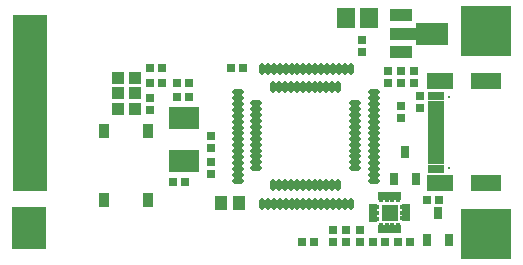
<source format=gts>
G04*
G04 #@! TF.GenerationSoftware,Altium Limited,Altium Designer,18.1.7 (191)*
G04*
G04 Layer_Color=8388736*
%FSLAX44Y44*%
%MOMM*%
G71*
G01*
G75*
%ADD35R,2.8750X3.6750*%
%ADD36R,2.8750X14.9250*%
G04:AMPARAMS|DCode=37|XSize=0.5032mm|YSize=1.0032mm|CornerRadius=0.1766mm|HoleSize=0mm|Usage=FLASHONLY|Rotation=180.000|XOffset=0mm|YOffset=0mm|HoleType=Round|Shape=RoundedRectangle|*
%AMROUNDEDRECTD37*
21,1,0.5032,0.6500,0,0,180.0*
21,1,0.1500,1.0032,0,0,180.0*
1,1,0.3532,-0.0750,0.3250*
1,1,0.3532,0.0750,0.3250*
1,1,0.3532,0.0750,-0.3250*
1,1,0.3532,-0.0750,-0.3250*
%
%ADD37ROUNDEDRECTD37*%
G04:AMPARAMS|DCode=38|XSize=0.5032mm|YSize=1.0032mm|CornerRadius=0.1766mm|HoleSize=0mm|Usage=FLASHONLY|Rotation=90.000|XOffset=0mm|YOffset=0mm|HoleType=Round|Shape=RoundedRectangle|*
%AMROUNDEDRECTD38*
21,1,0.5032,0.6500,0,0,90.0*
21,1,0.1500,1.0032,0,0,90.0*
1,1,0.3532,0.3250,0.0750*
1,1,0.3532,0.3250,-0.0750*
1,1,0.3532,-0.3250,-0.0750*
1,1,0.3532,-0.3250,0.0750*
%
%ADD38ROUNDEDRECTD38*%
%ADD39R,0.8032X0.8032*%
%ADD40R,2.4532X0.5532*%
%ADD41R,0.7532X1.0032*%
%ADD42R,0.8032X0.8032*%
%ADD43R,1.5032X1.7032*%
%ADD44R,1.9032X1.1032*%
%ADD45R,2.7032X1.1032*%
%ADD46R,2.8032X1.9032*%
%ADD47R,2.6032X1.9032*%
%ADD48R,0.4832X0.4832*%
%ADD49O,0.4832X0.8632*%
%ADD50O,0.8632X0.4832*%
%ADD51R,1.4532X1.4532*%
%ADD52R,0.9032X1.3032*%
%ADD53R,1.0032X1.0032*%
%ADD54R,1.1332X1.1832*%
%ADD55R,1.3532X0.8032*%
%ADD56R,1.3532X0.5032*%
%ADD57C,0.2032*%
%ADD58R,2.2032X1.4032*%
%ADD59R,2.5032X1.4032*%
%ADD60R,4.2032X4.2032*%
D35*
X180125Y314125D02*
D03*
D36*
X180375Y419625D02*
D03*
D37*
X452000Y448500D02*
D03*
X447000D02*
D03*
X442000D02*
D03*
X437000D02*
D03*
X432000D02*
D03*
X427000D02*
D03*
X422000D02*
D03*
X417000D02*
D03*
X412000D02*
D03*
X407000D02*
D03*
X402000D02*
D03*
X397000D02*
D03*
X392000D02*
D03*
X387000D02*
D03*
X382000D02*
D03*
X377000D02*
D03*
X452000Y334500D02*
D03*
X447000D02*
D03*
X442000D02*
D03*
X437000D02*
D03*
X432000D02*
D03*
X427000D02*
D03*
X422000D02*
D03*
X417000D02*
D03*
X412000D02*
D03*
X407000D02*
D03*
X402000D02*
D03*
X397000D02*
D03*
X392000D02*
D03*
X387000D02*
D03*
X382000D02*
D03*
X377000D02*
D03*
X441500Y433750D02*
D03*
X436500D02*
D03*
X431500D02*
D03*
X426500D02*
D03*
X421500D02*
D03*
X416500D02*
D03*
X411500D02*
D03*
X406500D02*
D03*
X401500D02*
D03*
X396500D02*
D03*
X391500D02*
D03*
X386500D02*
D03*
X441500Y350250D02*
D03*
X436500D02*
D03*
X431500D02*
D03*
X426500D02*
D03*
X421500D02*
D03*
X416500D02*
D03*
X411500D02*
D03*
X406500D02*
D03*
X401500D02*
D03*
X396500D02*
D03*
X391500D02*
D03*
X386500D02*
D03*
D38*
X471500Y354000D02*
D03*
Y359000D02*
D03*
Y364000D02*
D03*
Y369000D02*
D03*
Y374000D02*
D03*
Y379000D02*
D03*
Y384000D02*
D03*
Y389000D02*
D03*
Y394000D02*
D03*
Y399000D02*
D03*
Y404000D02*
D03*
Y409000D02*
D03*
Y414000D02*
D03*
Y419000D02*
D03*
Y424000D02*
D03*
Y429000D02*
D03*
X357080Y354000D02*
D03*
Y359000D02*
D03*
Y364000D02*
D03*
Y369000D02*
D03*
Y374000D02*
D03*
Y379000D02*
D03*
Y384000D02*
D03*
Y389000D02*
D03*
Y394000D02*
D03*
Y399000D02*
D03*
Y404000D02*
D03*
Y409000D02*
D03*
Y414000D02*
D03*
Y419000D02*
D03*
Y424000D02*
D03*
Y429000D02*
D03*
X455750Y364500D02*
D03*
Y369500D02*
D03*
Y374500D02*
D03*
Y379500D02*
D03*
Y384500D02*
D03*
Y389500D02*
D03*
Y394500D02*
D03*
Y399500D02*
D03*
Y404500D02*
D03*
Y409500D02*
D03*
Y414500D02*
D03*
Y419500D02*
D03*
X372250Y364500D02*
D03*
Y369500D02*
D03*
Y374500D02*
D03*
X372250Y379500D02*
D03*
X372250Y384500D02*
D03*
Y389500D02*
D03*
Y394500D02*
D03*
Y399500D02*
D03*
Y404500D02*
D03*
X372250Y409500D02*
D03*
X372250Y414500D02*
D03*
X372250Y419500D02*
D03*
D39*
X470920Y302000D02*
D03*
X481080D02*
D03*
X502080D02*
D03*
X491920D02*
D03*
X516920Y338000D02*
D03*
X527080D02*
D03*
X421080Y302000D02*
D03*
X410920D02*
D03*
X281920Y449000D02*
D03*
X292080D02*
D03*
X281920Y437000D02*
D03*
X292080D02*
D03*
X304920D02*
D03*
X315080D02*
D03*
X301920Y353000D02*
D03*
X312080D02*
D03*
X304920Y425000D02*
D03*
X315080D02*
D03*
X350920Y449000D02*
D03*
X361080D02*
D03*
D40*
X181000Y457500D02*
D03*
Y452500D02*
D03*
Y447500D02*
D03*
Y442500D02*
D03*
Y302500D02*
D03*
Y307500D02*
D03*
Y312500D02*
D03*
Y317500D02*
D03*
Y322500D02*
D03*
Y327500D02*
D03*
Y352500D02*
D03*
Y357500D02*
D03*
Y362500D02*
D03*
Y367500D02*
D03*
Y372500D02*
D03*
Y377500D02*
D03*
Y382500D02*
D03*
Y387500D02*
D03*
Y392500D02*
D03*
Y397500D02*
D03*
Y402500D02*
D03*
Y407500D02*
D03*
Y412500D02*
D03*
Y417500D02*
D03*
Y422500D02*
D03*
Y427500D02*
D03*
Y432500D02*
D03*
Y437500D02*
D03*
Y462500D02*
D03*
Y487500D02*
D03*
Y482500D02*
D03*
Y477500D02*
D03*
Y472500D02*
D03*
Y467500D02*
D03*
D41*
X498000Y378500D02*
D03*
X507500Y355500D02*
D03*
X488500D02*
D03*
X526000Y326500D02*
D03*
X535500Y303500D02*
D03*
X516500D02*
D03*
D42*
X460000Y301920D02*
D03*
Y312080D02*
D03*
X511000Y426080D02*
D03*
Y415920D02*
D03*
X334000Y381920D02*
D03*
Y392080D02*
D03*
X495000Y447080D02*
D03*
Y436920D02*
D03*
X282000Y413920D02*
D03*
Y424080D02*
D03*
X506000Y447080D02*
D03*
Y436920D02*
D03*
X495000Y417080D02*
D03*
Y406920D02*
D03*
X437000Y301840D02*
D03*
Y312000D02*
D03*
X484000Y447080D02*
D03*
Y436920D02*
D03*
X334000Y370080D02*
D03*
Y359920D02*
D03*
X448000Y301920D02*
D03*
Y312080D02*
D03*
X462000Y473080D02*
D03*
Y462920D02*
D03*
D43*
X448500Y492000D02*
D03*
X467500D02*
D03*
D44*
X495000Y494000D02*
D03*
Y463000D02*
D03*
D45*
X499000Y478000D02*
D03*
D46*
X521000D02*
D03*
D47*
X310600Y370500D02*
D03*
Y407500D02*
D03*
D48*
X492500Y311850D02*
D03*
X487500D02*
D03*
X482500D02*
D03*
X477500D02*
D03*
X469850Y321786D02*
D03*
Y326786D02*
D03*
Y331786D02*
D03*
X477500Y342150D02*
D03*
X482500D02*
D03*
X487500D02*
D03*
X492500D02*
D03*
X500150Y332040D02*
D03*
Y327040D02*
D03*
Y322040D02*
D03*
D49*
X492500Y313750D02*
D03*
X487500D02*
D03*
X482500D02*
D03*
X477500D02*
D03*
Y340250D02*
D03*
X482500D02*
D03*
X487500D02*
D03*
X492500D02*
D03*
D50*
X471750Y321786D02*
D03*
Y326786D02*
D03*
Y331786D02*
D03*
X498250Y332040D02*
D03*
Y327040D02*
D03*
Y322040D02*
D03*
D51*
X485000Y327000D02*
D03*
D52*
X280500Y337500D02*
D03*
Y396500D02*
D03*
X243500D02*
D03*
Y337500D02*
D03*
D53*
X269300Y441000D02*
D03*
X255300D02*
D03*
X269300Y428000D02*
D03*
X255300D02*
D03*
X269300Y415000D02*
D03*
X255300D02*
D03*
D54*
X342300Y335000D02*
D03*
X357700D02*
D03*
D55*
X524030Y426000D02*
D03*
X524000Y418500D02*
D03*
X524030Y371500D02*
D03*
Y364000D02*
D03*
D56*
Y412500D02*
D03*
Y407500D02*
D03*
Y402500D02*
D03*
X524000Y397500D02*
D03*
X524030Y392500D02*
D03*
Y387500D02*
D03*
Y382500D02*
D03*
Y377500D02*
D03*
D57*
X535000Y425000D02*
D03*
Y365000D02*
D03*
D58*
X527830Y438300D02*
D03*
Y351800D02*
D03*
D59*
X566430Y438300D02*
D03*
Y351800D02*
D03*
D60*
X567000Y309000D02*
D03*
Y481000D02*
D03*
M02*

</source>
